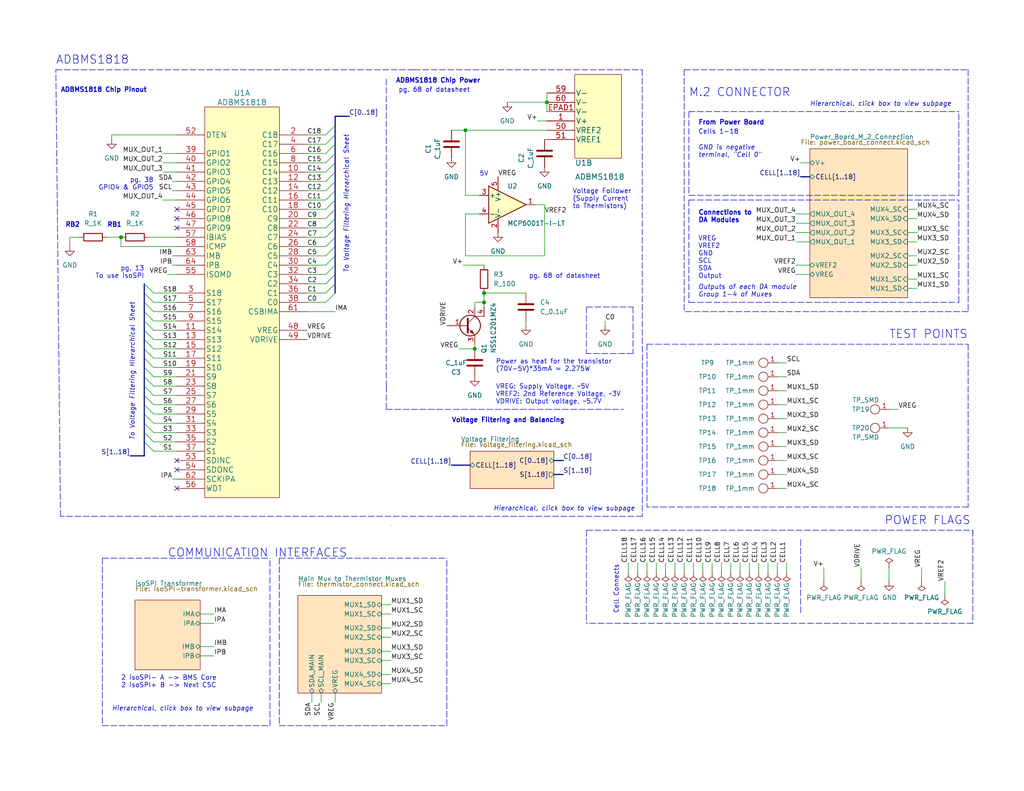
<source format=kicad_sch>
(kicad_sch (version 20211123) (generator eeschema)
  (paper "A")
  (title_block (title "MkVI BMS Cell Supervisory Circuit") (date "2022-12-04") (rev "0") (company "Olin Electric Motorsports") (comment 1 "Melissa Kazazic and Dasha Chadiuk"))
  (junction (at 33.02 64.77))
  (junction (at 132.08 82.55))
  (junction (at 127 35.56))
  (junction (at 129.54 95.25))
  (junction (at 149.225 27.94))
  (junction (at 132.08 80.01))
  (no_connect (at 48.26 57.15))
  (no_connect (at 48.26 59.69))
  (no_connect (at 48.26 62.23))
  (no_connect (at 48.26 133.35))
  (no_connect (at 48.26 125.73))
  (no_connect (at 48.26 128.27))
  (bus_entry (at 91.44 64.77) (size -2.54 2.54))
  (bus_entry (at 39.37 100.33) (size 2.54 2.54))
  (bus_entry (at 91.44 54.61) (size -2.54 2.54))
  (bus_entry (at 91.44 39.37) (size -2.54 2.54))
  (bus_entry (at 91.44 46.99) (size -2.54 2.54))
  (bus_entry (at 91.44 59.69) (size -2.54 2.54))
  (bus_entry (at 39.37 118.11) (size 2.54 2.54))
  (bus_entry (at 39.37 82.55) (size 2.54 2.54))
  (bus_entry (at 39.37 85.09) (size 2.54 2.54))
  (bus_entry (at 39.37 113.03) (size 2.54 2.54))
  (bus_entry (at 91.44 44.45) (size -2.54 2.54))
  (bus_entry (at 91.44 77.47) (size -2.54 2.54))
  (bus_entry (at 91.44 72.39) (size -2.54 2.54))
  (bus_entry (at 91.44 41.91) (size -2.54 2.54))
  (bus_entry (at 91.44 62.23) (size -2.54 2.54))
  (bus_entry (at 39.37 77.47) (size 2.54 2.54))
  (bus_entry (at 39.37 120.65) (size 2.54 2.54))
  (bus_entry (at 39.37 110.49) (size 2.54 2.54))
  (bus_entry (at 39.37 107.95) (size 2.54 2.54))
  (bus_entry (at 39.37 95.25) (size 2.54 2.54))
  (bus_entry (at 91.44 52.07) (size -2.54 2.54))
  (bus_entry (at 39.37 105.41) (size 2.54 2.54))
  (bus_entry (at 91.44 57.15) (size -2.54 2.54))
  (bus_entry (at 39.37 90.17) (size 2.54 2.54))
  (bus_entry (at 39.37 87.63) (size 2.54 2.54))
  (bus_entry (at 39.37 102.87) (size 2.54 2.54))
  (bus_entry (at 91.44 80.01) (size -2.54 2.54))
  (bus_entry (at 91.44 34.29) (size -2.54 2.54))
  (bus_entry (at 91.44 67.31) (size -2.54 2.54))
  (bus_entry (at 91.44 74.93) (size -2.54 2.54))
  (bus_entry (at 39.37 92.71) (size 2.54 2.54))
  (bus_entry (at 91.44 69.85) (size -2.54 2.54))
  (bus_entry (at 39.37 80.01) (size 2.54 2.54))
  (bus_entry (at 39.37 115.57) (size 2.54 2.54))
  (bus_entry (at 91.44 36.83) (size -2.54 2.54))
  (bus_entry (at 39.37 97.79) (size 2.54 2.54))
  (bus_entry (at 91.44 49.53) (size -2.54 2.54))
  (wire (pts (xy 247.65 63.5) (xy 250.19 63.5)))
  (wire (pts (xy 217.17 72.39) (xy 220.98 72.39)))
  (bus (pts (xy 220.98 48.26) (xy 218.44 48.26)))
  (wire (pts (xy 149.225 25.4) (xy 149.225 27.94)))
  (wire (pts (xy 30.48 36.83) (xy 48.26 36.83)))
  (wire (pts (xy 212.09 99.06) (xy 214.63 99.06)))
  (bus (pts (xy 39.37 118.11) (xy 39.37 120.65)))
  (wire (pts (xy 21.59 64.77) (xy 19.05 64.77)))
  (wire (pts (xy 83.82 74.93) (xy 88.9 74.93)))
  (wire (pts (xy 247.65 72.39) (xy 250.19 72.39)))
  (wire (pts (xy 212.09 102.87) (xy 214.63 102.87)))
  (wire (pts (xy 54.61 176.53) (xy 58.42 176.53)))
  (wire (pts (xy 83.82 69.85) (xy 88.9 69.85)))
  (wire (pts (xy 247.65 59.69) (xy 250.19 59.69)))
  (polyline (pts (xy 73.66 198.12) (xy 73.66 152.4)))
  (wire (pts (xy 41.91 123.19) (xy 48.26 123.19)))
  (wire (pts (xy 41.91 95.25) (xy 48.26 95.25)))
  (wire (pts (xy 85.09 189.23) (xy 85.09 191.77)))
  (polyline (pts (xy 261.62 82.55) (xy 261.62 54.61)))
  (wire (pts (xy 41.91 97.79) (xy 48.26 97.79)))
  (wire (pts (xy 83.82 52.07) (xy 88.9 52.07)))
  (bus (pts (xy 35.56 124.46) (xy 39.37 124.46)))
  (wire (pts (xy 191.77 153.67) (xy 191.77 156.21)))
  (wire (pts (xy 217.17 66.04) (xy 220.98 66.04)))
  (wire (pts (xy 176.53 153.67) (xy 176.53 156.21)))
  (wire (pts (xy 212.09 106.68) (xy 214.63 106.68)))
  (wire (pts (xy 247.65 66.04) (xy 250.19 66.04)))
  (wire (pts (xy 41.91 100.33) (xy 48.26 100.33)))
  (bus (pts (xy 39.37 95.25) (xy 39.37 97.79)))
  (wire (pts (xy 83.82 59.69) (xy 88.9 59.69)))
  (bus (pts (xy 91.44 34.29) (xy 91.44 36.83)))
  (wire (pts (xy 83.82 82.55) (xy 88.9 82.55)))
  (wire (pts (xy 132.08 83.82) (xy 132.08 82.55)))
  (bus (pts (xy 39.37 82.55) (xy 39.37 80.01)))
  (wire (pts (xy 127 53.34) (xy 130.81 53.34)))
  (bus (pts (xy 91.44 77.47) (xy 91.44 80.01)))
  (wire (pts (xy 127 35.56) (xy 127 53.34)))
  (polyline (pts (xy 113.03 19.05) (xy 175.26 19.05)))
  (bus (pts (xy 91.44 39.37) (xy 91.44 41.91)))
  (wire (pts (xy 251.46 158.75) (xy 251.46 154.94)))
  (polyline (pts (xy 187.96 30.48) (xy 187.96 53.34)))
  (wire (pts (xy 242.57 154.94) (xy 242.57 158.75)))
  (bus (pts (xy 91.44 69.85) (xy 91.44 72.39)))
  (wire (pts (xy 41.91 87.63) (xy 48.26 87.63)))
  (wire (pts (xy 83.82 41.91) (xy 88.9 41.91)))
  (wire (pts (xy 41.91 80.01) (xy 48.26 80.01)))
  (polyline (pts (xy 264.16 19.05) (xy 264.16 85.09)))
  (wire (pts (xy 212.09 153.67) (xy 212.09 156.21)))
  (bus (pts (xy 39.37 105.41) (xy 39.37 107.95)))
  (wire (pts (xy 125.095 95.25) (xy 129.54 95.25)))
  (bus (pts (xy 39.37 115.57) (xy 39.37 118.11)))
  (wire (pts (xy 83.82 62.23) (xy 88.9 62.23)))
  (bus (pts (xy 91.44 31.75) (xy 91.44 34.29)))
  (bus (pts (xy 91.44 57.15) (xy 91.44 59.69)))
  (wire (pts (xy 41.91 82.55) (xy 48.26 82.55)))
  (wire (pts (xy 29.21 64.77) (xy 33.02 64.77)))
  (wire (pts (xy 247.65 78.74) (xy 250.19 78.74)))
  (wire (pts (xy 247.65 57.15) (xy 250.19 57.15)))
  (wire (pts (xy 199.39 153.67) (xy 199.39 156.21)))
  (bus (pts (xy 91.44 52.07) (xy 91.44 54.61)))
  (wire (pts (xy 217.17 60.96) (xy 220.98 60.96)))
  (polyline (pts (xy 76.2 152.4) (xy 76.2 198.12)))
  (wire (pts (xy 165.1 87.63) (xy 165.1 88.9)))
  (polyline (pts (xy 176.53 93.98) (xy 176.53 138.43)))
  (wire (pts (xy 127 58.42) (xy 130.81 58.42)))
  (wire (pts (xy 91.44 191.77) (xy 91.44 189.23)))
  (wire (pts (xy 19.05 64.77) (xy 19.05 67.31)))
  (wire (pts (xy 33.02 67.31) (xy 33.02 64.77)))
  (bus (pts (xy 91.44 36.83) (xy 91.44 39.37)))
  (wire (pts (xy 46.99 130.81) (xy 48.26 130.81)))
  (wire (pts (xy 46.99 69.85) (xy 48.26 69.85)))
  (wire (pts (xy 123.19 35.56) (xy 127 35.56)))
  (polyline (pts (xy 160.02 83.82) (xy 160.02 96.52)))
  (polyline (pts (xy 186.69 19.05) (xy 186.69 85.09)))
  (wire (pts (xy 234.95 158.75) (xy 234.95 154.94)))
  (polyline (pts (xy 187.96 54.61) (xy 187.96 82.55)))
  (wire (pts (xy 104.14 180.34) (xy 106.68 180.34)))
  (wire (pts (xy 148.59 55.88) (xy 148.59 69.85)))
  (wire (pts (xy 247.65 116.84) (xy 242.57 116.84)))
  (polyline (pts (xy 160.02 144.78) (xy 160.02 170.18)))
  (polyline (pts (xy 76.2 152.4) (xy 121.92 152.4)))
  (polyline (pts (xy 265.43 144.78) (xy 265.43 170.18)))
  (wire (pts (xy 212.09 121.92) (xy 214.63 121.92)))
  (polyline (pts (xy 265.43 144.78) (xy 265.43 146.05)))
  (wire (pts (xy 207.01 153.67) (xy 207.01 156.21)))
  (polyline (pts (xy 261.62 53.34) (xy 261.62 30.48)))
  (wire (pts (xy 214.63 153.67) (xy 214.63 156.21)))
  (bus (pts (xy 39.37 100.33) (xy 39.37 102.87)))
  (polyline (pts (xy 187.96 82.55) (xy 261.62 82.55)))
  (wire (pts (xy 212.09 114.3) (xy 214.63 114.3)))
  (polyline (pts (xy 15.24 19.05) (xy 113.03 19.05)))
  (wire (pts (xy 46.99 52.07) (xy 48.26 52.07)))
  (wire (pts (xy 217.17 74.93) (xy 220.98 74.93)))
  (wire (pts (xy 143.51 87.63) (xy 143.51 88.9)))
  (polyline (pts (xy 105.41 21.59) (xy 105.41 105.41)))
  (wire (pts (xy 41.91 105.41) (xy 48.26 105.41)))
  (wire (pts (xy 54.61 170.18) (xy 58.42 170.18)))
  (wire (pts (xy 83.82 77.47) (xy 88.9 77.47)))
  (bus (pts (xy 151.13 125.73) (xy 153.67 125.73)))
  (polyline (pts (xy 27.94 152.4) (xy 27.94 198.12)))
  (wire (pts (xy 127 58.42) (xy 127 69.85)))
  (bus (pts (xy 91.44 64.77) (xy 91.44 67.31)))
  (polyline (pts (xy 264.16 85.09) (xy 186.69 85.09)))
  (wire (pts (xy 46.99 49.53) (xy 48.26 49.53)))
  (polyline (pts (xy 218.44 147.32) (xy 218.44 167.64)))
  (wire (pts (xy 212.09 133.35) (xy 214.63 133.35)))
  (wire (pts (xy 41.91 90.17) (xy 48.26 90.17)))
  (wire (pts (xy 104.14 186.69) (xy 106.68 186.69)))
  (wire (pts (xy 126.365 72.39) (xy 132.08 72.39)))
  (bus (pts (xy 91.44 67.31) (xy 91.44 69.85)))
  (wire (pts (xy 127 69.85) (xy 148.59 69.85)))
  (wire (pts (xy 257.81 162.56) (xy 257.81 158.75)))
  (polyline (pts (xy 264.16 93.98) (xy 264.16 138.43)))
  (wire (pts (xy 132.08 80.01) (xy 132.08 82.55)))
  (wire (pts (xy 41.91 118.11) (xy 48.26 118.11)))
  (wire (pts (xy 245.11 111.76) (xy 242.57 111.76)))
  (wire (pts (xy 196.85 153.67) (xy 196.85 156.21)))
  (wire (pts (xy 104.14 165.1) (xy 106.68 165.1)))
  (bus (pts (xy 91.44 59.69) (xy 91.44 62.23)))
  (wire (pts (xy 181.61 153.67) (xy 181.61 156.21)))
  (bus (pts (xy 91.44 62.23) (xy 91.44 64.77)))
  (polyline (pts (xy 187.96 53.34) (xy 261.62 53.34)))
  (bus (pts (xy 39.37 92.71) (xy 39.37 95.25)))
  (wire (pts (xy 91.44 85.09) (xy 83.82 85.09)))
  (wire (pts (xy 83.82 36.83) (xy 88.9 36.83)))
  (wire (pts (xy 83.82 67.31) (xy 88.9 67.31)))
  (bus (pts (xy 39.37 85.09) (xy 39.37 87.63)))
  (wire (pts (xy 104.14 184.15) (xy 106.68 184.15)))
  (wire (pts (xy 83.82 46.99) (xy 88.9 46.99)))
  (bus (pts (xy 39.37 87.63) (xy 39.37 90.17)))
  (wire (pts (xy 212.09 129.54) (xy 214.63 129.54)))
  (wire (pts (xy 41.91 102.87) (xy 48.26 102.87)))
  (polyline (pts (xy 27.94 152.4) (xy 73.66 152.4)))
  (wire (pts (xy 41.91 85.09) (xy 48.26 85.09)))
  (bus (pts (xy 39.37 124.46) (xy 39.37 120.65)))
  (polyline (pts (xy 106.68 143.51) (xy 106.68 143.51)))
  (wire (pts (xy 45.72 74.93) (xy 48.26 74.93)))
  (polyline (pts (xy 105.41 105.41) (xy 105.41 111.76)))
  (wire (pts (xy 83.82 44.45) (xy 88.9 44.45)))
  (wire (pts (xy 40.64 64.77) (xy 48.26 64.77)))
  (bus (pts (xy 39.37 113.03) (xy 39.37 115.57)))
  (wire (pts (xy 212.09 118.11) (xy 214.63 118.11)))
  (wire (pts (xy 146.05 55.88) (xy 148.59 55.88)))
  (wire (pts (xy 212.09 125.73) (xy 214.63 125.73)))
  (wire (pts (xy 149.225 27.94) (xy 138.43 27.94)))
  (wire (pts (xy 201.93 153.67) (xy 201.93 156.21)))
  (wire (pts (xy 149.225 27.94) (xy 149.225 30.48)))
  (wire (pts (xy 173.99 153.67) (xy 173.99 156.21)))
  (bus (pts (xy 91.44 44.45) (xy 91.44 46.99)))
  (wire (pts (xy 44.45 54.61) (xy 48.26 54.61)))
  (wire (pts (xy 41.91 120.65) (xy 48.26 120.65)))
  (wire (pts (xy 41.91 115.57) (xy 48.26 115.57)))
  (wire (pts (xy 44.45 44.45) (xy 48.26 44.45)))
  (wire (pts (xy 44.45 46.99) (xy 48.26 46.99)))
  (polyline (pts (xy 265.43 170.18) (xy 160.02 170.18)))
  (wire (pts (xy 54.61 179.07) (xy 58.42 179.07)))
  (polyline (pts (xy 175.26 19.05) (xy 175.26 140.97)))
  (polyline (pts (xy 186.69 19.05) (xy 264.16 19.05)))
  (wire (pts (xy 104.14 171.45) (xy 106.68 171.45)))
  (wire (pts (xy 83.82 80.01) (xy 88.9 80.01)))
  (wire (pts (xy 83.82 64.77) (xy 88.9 64.77)))
  (wire (pts (xy 217.17 58.42) (xy 220.98 58.42)))
  (wire (pts (xy 46.99 72.39) (xy 48.26 72.39)))
  (wire (pts (xy 217.17 63.5) (xy 220.98 63.5)))
  (wire (pts (xy 132.08 82.55) (xy 129.54 82.55)))
  (wire (pts (xy 189.23 153.67) (xy 189.23 156.21)))
  (wire (pts (xy 204.47 153.67) (xy 204.47 156.21)))
  (wire (pts (xy 218.44 44.45) (xy 220.98 44.45)))
  (polyline (pts (xy 160.02 144.78) (xy 265.43 144.78)))
  (polyline (pts (xy 264.16 138.43) (xy 176.53 138.43)))
  (bus (pts (xy 39.37 110.49) (xy 39.37 113.03)))
  (wire (pts (xy 186.69 153.67) (xy 186.69 156.21)))
  (wire (pts (xy 104.14 177.8) (xy 106.68 177.8)))
  (bus (pts (xy 91.44 49.53) (xy 91.44 52.07)))
  (polyline (pts (xy 187.96 54.61) (xy 261.62 54.61)))
  (wire (pts (xy 171.45 153.67) (xy 171.45 156.21)))
  (wire (pts (xy 194.31 153.67) (xy 194.31 156.21)))
  (wire (pts (xy 148.59 38.1) (xy 149.225 38.1)))
  (wire (pts (xy 209.55 153.67) (xy 209.55 156.21)))
  (bus (pts (xy 91.44 54.61) (xy 91.44 57.15)))
  (wire (pts (xy 41.91 113.03) (xy 48.26 113.03)))
  (polyline (pts (xy 121.92 198.12) (xy 121.92 152.4)))
  (wire (pts (xy 48.26 67.31) (xy 33.02 67.31)))
  (wire (pts (xy 83.82 57.15) (xy 88.9 57.15)))
  (polyline (pts (xy 176.53 93.98) (xy 264.16 93.98)))
  (wire (pts (xy 146.685 33.02) (xy 149.225 33.02)))
  (polyline (pts (xy 16.51 140.97) (xy 15.24 19.05)))
  (wire (pts (xy 127 35.56) (xy 149.225 35.56)))
  (bus (pts (xy 91.44 74.93) (xy 91.44 77.47)))
  (wire (pts (xy 247.65 76.2) (xy 250.19 76.2)))
  (wire (pts (xy 104.14 173.99) (xy 106.68 173.99)))
  (polyline (pts (xy 172.72 83.82) (xy 172.72 96.52)))
  (wire (pts (xy 54.61 167.64) (xy 58.42 167.64)))
  (bus (pts (xy 39.37 107.95) (xy 39.37 110.49)))
  (wire (pts (xy 247.65 69.85) (xy 250.19 69.85)))
  (wire (pts (xy 41.91 92.71) (xy 48.26 92.71)))
  (wire (pts (xy 41.91 107.95) (xy 48.26 107.95)))
  (wire (pts (xy 87.63 189.23) (xy 87.63 191.77)))
  (polyline (pts (xy 105.41 111.76) (xy 170.18 111.76)))
  (wire (pts (xy 212.09 110.49) (xy 214.63 110.49)))
  (bus (pts (xy 151.13 129.54) (xy 153.67 129.54)))
  (bus (pts (xy 91.44 72.39) (xy 91.44 74.93)))
  (bus (pts (xy 39.37 77.47) (xy 39.37 80.01)))
  (bus (pts (xy 39.37 102.87) (xy 39.37 105.41)))
  (polyline (pts (xy 175.26 140.97) (xy 16.51 140.97)))
  (wire (pts (xy 30.48 36.83) (xy 30.48 38.1)))
  (wire (pts (xy 83.82 39.37) (xy 88.9 39.37)))
  (bus (pts (xy 39.37 82.55) (xy 39.37 85.09)))
  (polyline (pts (xy 160.02 83.82) (xy 172.72 83.82)))
  (wire (pts (xy 83.82 49.53) (xy 88.9 49.53)))
  (wire (pts (xy 104.14 167.64) (xy 106.68 167.64)))
  (wire (pts (xy 224.79 158.75) (xy 224.79 154.94)))
  (polyline (pts (xy 172.72 96.52) (xy 160.02 96.52)))
  (wire (pts (xy 184.15 153.67) (xy 184.15 156.21)))
  (wire (pts (xy 83.82 54.61) (xy 88.9 54.61)))
  (polyline (pts (xy 27.94 198.12) (xy 73.66 198.12)))
  (wire (pts (xy 129.54 95.25) (xy 129.54 93.98)))
  (bus (pts (xy 95.25 31.75) (xy 91.44 31.75)))
  (wire (pts (xy 179.07 153.67) (xy 179.07 156.21)))
  (bus (pts (xy 123.19 127) (xy 128.27 127)))
  (bus (pts (xy 39.37 90.17) (xy 39.37 92.71)))
  (wire (pts (xy 129.54 82.55) (xy 129.54 83.82)))
  (wire (pts (xy 132.08 80.01) (xy 143.51 80.01)))
  (polyline (pts (xy 76.2 198.12) (xy 121.92 198.12)))
  (wire (pts (xy 41.91 110.49) (xy 48.26 110.49)))
  (bus (pts (xy 91.44 46.99) (xy 91.44 49.53)))
  (bus (pts (xy 91.44 41.91) (xy 91.44 44.45)))
  (bus (pts (xy 39.37 97.79) (xy 39.37 100.33)))
  (wire (pts (xy 83.82 72.39) (xy 88.9 72.39)))
  (wire (pts (xy 44.45 41.91) (xy 48.26 41.91)))
  (polyline (pts (xy 187.96 30.48) (xy 261.62 30.48)))
  (text "pg. 13\nTo use isoSPI" (at 39.37 76.2 180) (effects (font (size 1.27 1.27)) (justify right bottom)))
  (text "5V" (at 130.81 48.26 0) (effects (font (size 1.27 1.27)) (justify left bottom)))
  (text "Hierarchical, click box to view subpage" (at 134.62 139.7 0) (effects (font (size 1.27 1.27) italic) (justify left bottom)))
  (text "From Power Board" (at 190.5 34.29 0) (effects (font (size 1.27 1.27) (thickness 0.254) bold) (justify left bottom)))
  (text "Power as heat for the transistor\n(70V-5V)*35mA = 2.275W" (at 135.255 101.6 0) (effects (font (size 1.27 1.27)) (justify left bottom)))
  (text "pg. 68 of datasheet" (at 128.27 25.4 180) (effects (font (size 1.27 1.27)) (justify right bottom)))
  (text "Cells 1-18" (at 190.5 36.83 0) (effects (font (size 1.27 1.27)) (justify left bottom)))
  (text "ADBMS1818 Chip Pinout" (at 16.51 25.4 0) (effects (font (size 1.27 1.27) (thickness 0.254) bold) (justify left bottom)))
  (text "Outputs of each DA module\nGroup 1-4 of Muxes" (at 190.5 81.28 0) (effects (font (size 1.27 1.27) italic) (justify left bottom)))
  (text "pg. 68 of datasheet" (at 163.83 76.2 180) (effects (font (size 1.27 1.27)) (justify right bottom)))
  (text "RB2" (at 17.78 62.23 0) (effects (font (size 1.27 1.27) (thickness 0.254) bold) (justify left bottom)))
  (text "2 isoSPI- A -> BMS Core\n2 isoSPI+ B -> Next CSC" (at 33.02 187.96 0) (effects (font (size 1.27 1.27)) (justify left bottom)))
  (text "COMMUNICATION INTERFACES" (at 45.72 152.4 0) (effects (font (size 2.2606 2.2606)) (justify left bottom)))
  (text "Voltage Filtering and Balancing" (at 123.19 115.57 0) (effects (font (size 1.27 1.27) (thickness 0.254) bold) (justify left bottom)))
  (text "Hierarchical, click box to view subpage" (at 30.48 194.31 0) (effects (font (size 1.27 1.27) italic) (justify left bottom)))
  (text "Voltage Follower\n(Supply Current\nto Thermistors)" (at 156.21 57.15 0) (effects (font (size 1.27 1.27)) (justify left bottom)))
  (text "ADBMS1818 Chip Power" (at 107.95 22.86 0) (effects (font (size 1.27 1.27) (thickness 0.254) bold) (justify left bottom)))
  (text "VREG\nVREF2\nGND\nSCL\nSDA\nOutput" (at 190.5 76.2 0) (effects (font (size 1.27 1.27)) (justify left bottom)))
  (text "VREG: Supply Voltage, ~5V\nVREF2: 2nd Reference Voltage, ~3V\nVDRIVE: Output voltage, ~5.7V" (at 135.255 110.49 0) (effects (font (size 1.27 1.27)) (justify left bottom)))
  (text "pg. 38\nGPIO4 & GPIO5" (at 41.91 52.07 180) (effects (font (size 1.27 1.27)) (justify right bottom)))
  (text "Connections to\nDA Modules" (at 190.5 60.96 0) (effects (font (size 1.27 1.27) (thickness 0.254) bold) (justify left bottom)))
  (text "To Voltage Filtering Hierarchical Sheet" (at 36.83 82.55 270) (effects (font (size 1.27 1.27) italic) (justify right bottom)))
  (text "Hierarchical, click box to view subpage" (at 220.98 29.21 0) (effects (font (size 1.27 1.27) italic) (justify left bottom)))
  (text "To Voltage Filtering Hierarchical Sheet" (at 95.25 36.83 270) (effects (font (size 1.27 1.27) italic) (justify right bottom)))
  (text "ADBMS1818" (at 15.24 17.78 0) (effects (font (size 2.2606 2.2606)) (justify left bottom)))
  (text "Cell Connects" (at 168.91 167.64 90) (effects (font (size 1.27 1.27)) (justify left bottom)))
  (text "RB1" (at 29.21 62.23 0) (effects (font (size 1.27 1.27) (thickness 0.254) bold) (justify left bottom)))
  (text "POWER FLAGS\n" (at 241.3 143.51 0) (effects (font (size 2.2606 2.2606)) (justify left bottom)))
  (text "M.2 CONNECTOR" (at 187.96 26.67 0) (effects (font (size 2.2606 2.2606)) (justify left bottom)))
  (text "GND is negative\nterminal, \"Cell 0\"" (at 190.5 43.18 0) (effects (font (size 1.27 1.27) italic) (justify left bottom)))
  (text "TEST POINTS" (at 242.57 92.71 0) (effects (font (size 2.2606 2.2606)) (justify left bottom)))
  (label "VREG" (at 251.46 154.94 90))
  (label "VREG" (at 125.095 95.25 180))
  (label "C3" (at 83.82 74.93 0))
  (label "V+" (at 126.365 72.39 180))
  (label "SDA" (at 85.09 191.77 270))
  (label "IMA" (at 91.44 85.09 0))
  (label "S7" (at 44.45 107.95 0))
  (label "CELL17" (at 173.99 153.67 90))
  (label "MUX2_SC" (at 214.63 118.11 0))
  (label "MUX_OUT_4" (at 44.45 54.61 180))
  (label "MUX_OUT_3" (at 44.45 46.99 180))
  (label "CELL6" (at 201.93 153.67 90))
  (label "VDRIVE" (at 121.92 88.9 90))
  (label "MUX_OUT_1" (at 217.17 66.04 180))
  (label "IPA" (at 46.99 130.81 180))
  (label "S3" (at 44.45 118.11 0))
  (label "VREG" (at 245.11 111.76 0))
  (label "CELL2" (at 212.09 153.67 90))
  (label "VDRIVE" (at 234.95 154.94 90))
  (label "C4" (at 83.82 72.39 0))
  (label "IMA" (at 58.42 167.64 0))
  (label "S10" (at 44.45 100.33 0))
  (label "C2" (at 83.82 77.47 0))
  (label "CELL13" (at 184.15 153.67 90))
  (label "VREF2" (at 257.81 158.75 90))
  (label "MUX1_SC" (at 106.68 167.64 0))
  (label "MUX1_SC" (at 250.19 76.2 0))
  (label "C11" (at 83.82 54.61 0))
  (label "MUX1_SD" (at 106.68 165.1 0))
  (label "MUX2_SC" (at 250.19 69.85 0))
  (label "MUX3_SC" (at 214.63 125.73 0))
  (label "CELL9" (at 194.31 153.67 90))
  (label "C1" (at 83.82 80.01 0))
  (label "VREG" (at 217.17 74.93 180))
  (label "CELL8" (at 196.85 153.67 90))
  (label "CELL3" (at 209.55 153.67 90))
  (label "VREG" (at 135.89 48.26 0))
  (label "VREG" (at 91.44 191.77 270))
  (label "S12" (at 44.45 95.25 0))
  (label "CELL1" (at 214.63 153.67 90))
  (label "MUX4_SD" (at 106.68 184.15 0))
  (label "C15" (at 83.82 44.45 0))
  (label "MUX4_SD" (at 214.63 129.54 0))
  (label "S17" (at 44.45 82.55 0))
  (label "S11" (at 44.45 97.79 0))
  (label "C0" (at 83.82 82.55 0))
  (label "MUX3_SD" (at 214.63 121.92 0))
  (label "MUX2_SD" (at 214.63 114.3 0))
  (label "C13" (at 83.82 49.53 0))
  (label "S1" (at 44.45 123.19 0))
  (label "IPA" (at 58.42 170.18 0))
  (label "VREG" (at 45.72 74.93 180))
  (label "CELL12" (at 186.69 153.67 90))
  (label "C9" (at 83.82 59.69 0))
  (label "VREF2" (at 148.59 58.42 0))
  (label "SCL" (at 214.63 99.06 0))
  (label "MUX_OUT_3" (at 217.17 60.96 180))
  (label "C16" (at 83.82 41.91 0))
  (label "C6" (at 83.82 67.31 0))
  (label "VDRIVE" (at 83.82 92.71 0))
  (label "SCL" (at 87.63 191.77 270))
  (label "MUX_OUT_2" (at 217.17 63.5 180))
  (label "C5" (at 83.82 69.85 0))
  (label "V+" (at 218.44 44.45 180))
  (label "VREG" (at 83.82 90.17 0))
  (label "C10" (at 83.82 57.15 0))
  (label "C0" (at 165.1 87.63 0))
  (label "CELL14" (at 181.61 153.67 90))
  (label "IPB" (at 58.42 179.07 0))
  (label "MUX3_SD" (at 250.19 66.04 0))
  (label "MUX2_SC" (at 106.68 173.99 0))
  (label "C[0..18]" (at 153.67 125.73 0))
  (label "S[1..18]" (at 35.56 124.46 180))
  (label "CELL7" (at 199.39 153.67 90))
  (label "MUX4_SC" (at 106.68 186.69 0))
  (label "CELL10" (at 191.77 153.67 90))
  (label "S8" (at 44.45 105.41 0))
  (label "S5" (at 44.45 113.03 0))
  (label "IMB" (at 46.99 69.85 180))
  (label "MUX_OUT_4" (at 217.17 58.42 180))
  (label "CELL18" (at 171.45 153.67 90))
  (label "MUX_OUT_1" (at 44.45 41.91 180))
  (label "CELL5" (at 204.47 153.67 90))
  (label "S[1..18]" (at 153.67 129.54 0))
  (label "C8" (at 83.82 62.23 0))
  (label "SDA" (at 214.63 102.87 0))
  (label "MUX3_SD" (at 106.68 177.8 0))
  (label "S15" (at 44.45 87.63 0))
  (label "C[0..18]" (at 95.25 31.75 0))
  (label "S16" (at 44.45 85.09 0))
  (label "S4" (at 44.45 115.57 0))
  (label "CELL[1..18]" (at 123.19 127 180))
  (label "S13" (at 44.45 92.71 0))
  (label "SDA" (at 46.99 49.53 180))
  (label "S6" (at 44.45 110.49 0))
  (label "MUX3_SC" (at 250.19 63.5 0))
  (label "MUX1_SD" (at 214.63 106.68 0))
  (label "MUX2_SD" (at 250.19 72.39 0))
  (label "MUX4_SC" (at 214.63 133.35 0))
  (label "MUX4_SD" (at 250.19 59.69 0))
  (label "CELL4" (at 207.01 153.67 90))
  (label "S9" (at 44.45 102.87 0))
  (label "C18" (at 83.82 36.83 0))
  (label "CELL11" (at 189.23 153.67 90))
  (label "MUX1_SC" (at 214.63 110.49 0))
  (label "MUX2_SD" (at 106.68 171.45 0))
  (label "CELL15" (at 179.07 153.67 90))
  (label "CELL[1..18]" (at 218.44 48.26 180))
  (label "S14" (at 44.45 90.17 0))
  (label "MUX4_SC" (at 250.19 57.15 0))
  (label "C7" (at 83.82 64.77 0))
  (label "MUX1_SD" (at 250.19 78.74 0))
  (label "VREF2" (at 217.17 72.39 180))
  (label "C17" (at 83.82 39.37 0))
  (label "C14" (at 83.82 46.99 0))
  (label "MUX_OUT_2" (at 44.45 44.45 180))
  (label "MUX3_SC" (at 106.68 180.34 0))
  (label "S2" (at 44.45 120.65 0))
  (label "IMB" (at 58.42 176.53 0))
  (label "CELL16" (at 176.53 153.67 90))
  (label "SCL" (at 46.99 52.07 180))
  (label "V+" (at 146.685 33.02 180))
  (label "S18" (at 44.45 80.01 0))
  (label "C12" (at 83.82 52.07 0))
  (label "IPB" (at 46.99 72.39 180))
  (label "V+" (at 224.79 154.94 180))
  (symbol (lib_id "power:PWR_FLAG") (at 212.09 156.21 180) (unit 1)
    (property "Reference" "#FLG?" (effects hide))
    (property "Value" "PWR_FLAG" (at 212.09 163.83 90))
  )
  (symbol (lib_id "OEM:1KR") (at 36.83 64.77 90) (unit 1)
    (property "Reference" "R2" (at 36.83 58.42 90))
    (property "Value" "R_1K" (at 36.83 60.96 90))
    (property "Footprint" "OEM:R_0603" (effects hide))
    (property "Datasheet" "${OEM_DIR}/parts/datasheets/stackpole_RMCF_RMCP.pdf" (effects hide))
    (property "MFN" "Stackpole Electronics" (effects hide))
    (property "MPN" "RMCF0603FT1K00" (effects hide))
    (property "DKPN" "RMCF0603FT1K00TR-ND" (effects hide))
    (property "NewDesigns" "YES" (effects hide))
    (property "Stocked" "Reel" (effects hide))
    (property "Package" "0603" (effects hide))
    (property "Style" "SMD" (effects hide))
  )
  (symbol (lib_id "OEM:TP_1mm") (at 210.82 114.3 90) (unit 1) (in_bom no)
    (property "Reference" "TP13" (at 193.04 114.3 90))
    (property "Value" "TP_1mm" (at 201.93 114.3 90))
    (property "Footprint" "TestPoint:TestPoint_Pad_D1.0mm" (effects hide))
    (property "NewDesigns" "YES" (effects hide))
    (property "Package" "Custom" (effects hide))
    (property "Style" "SMD" (effects hide))
  )
  (symbol (lib_id "power:PWR_FLAG") (at 209.55 156.21 180) (unit 1)
    (property "Reference" "#FLG?" (effects hide))
    (property "Value" "PWR_FLAG" (at 209.55 163.83 90))
  )
  (symbol (lib_id "power:PWR_FLAG") (at 224.79 158.75 180) (unit 1)
    (property "Reference" "#FLG?" (effects hide))
    (property "Value" "PWR_FLAG" (at 224.79 163.1696 0))
  )
  (symbol (lib_id "power:GND") (at 138.43 27.94 0) (unit 1)
    (property "Reference" "#PWR?" (effects hide))
    (property "Value" "GND" (at 138.43 33.02 0))
  )
  (symbol (lib_id "power:PWR_FLAG") (at 184.15 156.21 180) (unit 1)
    (property "Reference" "#FLG?" (effects hide))
    (property "Value" "PWR_FLAG" (at 184.15 163.83 90))
  )
  (symbol (lib_id "power:GND") (at 148.59 45.72 0) (unit 1)
    (property "Reference" "#PWR?" (effects hide))
    (property "Value" "GND" (at 148.59 50.8 0))
  )
  (symbol (lib_id "power:GND") (at 19.05 67.31 0) (unit 1)
    (property "Reference" "#PWR?" (effects hide))
    (property "Value" "GND" (at 19.05 72.39 0))
  )
  (symbol (lib_id "OEM:ADBMS1818") (at 163.195 30.48 0) (unit 2)
    (property "Reference" "U1" (at 156.845 44.45 0) (effects (font (size 1.524 1.524)) (justify left)))
    (property "Value" "ADBMS1818" (at 156.845 48.26 0) (effects (font (size 1.524 1.524)) (justify left)))
    (property "Footprint" "footprints:LQFP-64-1EP_12x12_P0.5" (effects hide))
    (property "Datasheet" "https://www.analog.com/media/en/technical-documentation/data-sheets/adbms1818.pdf" (effects hide))
    (property "MPN" "ADBMS1818" (effects hide))
    (property "MFN" "Analog Devices" (effects hide))
    (property "DKPN" "SAMPLE" (effects hide))
    (property "Stocked" "No" (effects hide))
    (property "Package" "64-LQFP Exposed Pad" (effects hide))
    (property "Style" "SMD" (effects hide))
    (property "NewDesigns" "CHECK STOCK" (effects hide))
  )
  (symbol (lib_id "OEM:1KR") (at 25.4 64.77 90) (unit 1)
    (property "Reference" "R1" (at 25.4 58.42 90))
    (property "Value" "R_1K" (at 25.4 60.96 90))
    (property "Footprint" "OEM:R_0603" (effects hide))
    (property "Datasheet" "${OEM_DIR}/parts/datasheets/stackpole_RMCF_RMCP.pdf" (effects hide))
    (property "MFN" "Stackpole Electronics" (effects hide))
    (property "MPN" "RMCF0603FT1K00" (effects hide))
    (property "DKPN" "RMCF0603FT1K00TR-ND" (effects hide))
    (property "NewDesigns" "YES" (effects hide))
    (property "Stocked" "Reel" (effects hide))
    (property "Package" "0603" (effects hide))
    (property "Style" "SMD" (effects hide))
  )
  (symbol (lib_id "power:PWR_FLAG") (at 186.69 156.21 180) (unit 1)
    (property "Reference" "#FLG?" (effects hide))
    (property "Value" "PWR_FLAG" (at 186.69 163.83 90))
  )
  (symbol (lib_id "power:GND") (at 143.51 88.9 0) (unit 1)
    (property "Reference" "#PWR?" (effects hide))
    (property "Value" "GND" (at 143.51 93.98 0))
  )
  (symbol (lib_id "OEM:0u1F") (at 143.51 83.82 0) (unit 1)
    (property "Reference" "C4" (at 147.32 82.5499 0) (effects (justify left)))
    (property "Value" "C_0.1uF" (at 147.32 85.0899 0) (effects (justify left)))
    (property "Footprint" "OEM:C_0603" (effects hide))
    (property "Datasheet" "${OEM_DIR}/parts/datasheets/samsung_CL10B104KB8NNWC.pdf" (effects hide))
    (property "MFN" "Samsung Electro-Mechanics" (effects hide))
    (property "MPN" "CL10B104KB8NNWC" (effects hide))
    (property "DKPN" "1276-1935-2-ND" (effects hide))
    (property "Package" "0603" (effects hide))
    (property "Stocked" "Reel" (effects hide))
    (property "NewDesigns" "YES" (effects hide))
    (property "Style" "SMD" (effects hide))
  )
  (symbol (lib_id "OEM:NSS1C201MZ4") (at 127 88.9 0) (unit 1)
    (property "Reference" "Q1" (at 132.08 96.52 90) (effects (justify left)))
    (property "Value" "NSS1C201MZ4" (at 134.62 96.52 90) (effects (justify left)))
    (property "Footprint" "footprints:SOT-223" (effects hide))
    (property "Datasheet" "https://www.onsemi.com/pdf/datasheet/nss1c201mz4-d.pdf" (effects hide))
    (property "MPN" "NSS1C201MZ4" (effects hide))
    (property "MFN" "ON Semiconductor" (effects hide))
    (property "DKPN" "NSS1C201MZ4T3GOSCT-ND" (effects hide))
    (property "NewDesigns" "YES" (effects hide))
    (property "Stocked" "Tape" (effects hide))
    (property "Package" "SOT-223/TO-261" (effects hide))
    (property "Style" "SMD" (effects hide))
  )
  (symbol (lib_id "power:PWR_FLAG") (at 196.85 156.21 180) (unit 1)
    (property "Reference" "#FLG?" (effects hide))
    (property "Value" "PWR_FLAG" (at 196.85 163.83 90))
  )
  (symbol (lib_id "power:GND") (at 30.48 38.1 0) (unit 1)
    (property "Reference" "#PWR?" (effects hide))
    (property "Value" "GND" (at 30.48 43.18 0))
  )
  (symbol (lib_id "OEM:TP_1mm") (at 210.82 118.11 90) (unit 1) (in_bom no)
    (property "Reference" "TP14" (at 193.04 118.11 90))
    (property "Value" "TP_1mm" (at 201.93 118.11 90))
    (property "Footprint" "TestPoint:TestPoint_Pad_D1.0mm" (effects hide))
    (property "NewDesigns" "YES" (effects hide))
    (property "Package" "Custom" (effects hide))
    (property "Style" "SMD" (effects hide))
  )
  (symbol (lib_id "power:PWR_FLAG") (at 257.81 162.56 180) (unit 1)
    (property "Reference" "#FLG?" (effects hide))
    (property "Value" "PWR_FLAG" (at 257.81 166.9796 0))
  )
  (symbol (lib_id "OEM:MCP6001") (at 138.43 55.88 0) (unit 1)
    (property "Reference" "U2" (at 138.43 50.8 0) (effects (justify left)))
    (property "Value" "MCP6001T-I-LT" (at 138.43 60.96 0) (effects (justify left)))
    (property "Footprint" "OEM:SOT-23-5" (effects hide))
    (property "Datasheet" "${OEM_DIR}/parts/datasheets/microchip_MCP600XX.pdf" (effects hide))
    (property "MFN" "Microchip" (effects hide))
    (property "MPN" "MCP6001T-I/OT" (effects hide))
    (property "DKPN" "MCP6001T-I/OTCT-ND" (effects hide))
    (property "Package" "SOT23-5" (effects hide))
    (property "NewDesigns" "YES" (effects hide))
    (property "Stocked" "Tape" (effects hide))
    (property "Style" "SMD" (effects hide))
  )
  (symbol (lib_id "power:PWR_FLAG") (at 242.57 154.94 0) (unit 1)
    (property "Reference" "#FLG?" (effects hide))
    (property "Value" "PWR_FLAG" (at 242.57 150.5204 0))
  )
  (symbol (lib_id "OEM:TP_1mm") (at 210.82 106.68 90) (unit 1) (in_bom no)
    (property "Reference" "TP11" (at 193.04 106.68 90))
    (property "Value" "TP_1mm" (at 201.93 106.68 90))
    (property "Footprint" "TestPoint:TestPoint_Pad_D1.0mm" (effects hide))
    (property "NewDesigns" "YES" (effects hide))
    (property "Package" "Custom" (effects hide))
    (property "Style" "SMD" (effects hide))
  )
  (symbol (lib_id "power:GND") (at 135.89 63.5 0) (unit 1)
    (property "Reference" "#PWR?" (effects hide))
    (property "Value" "GND" (at 135.89 68.58 0))
  )
  (symbol (lib_id "power:PWR_FLAG") (at 234.95 158.75 180) (unit 1)
    (property "Reference" "#FLG?" (effects hide))
    (property "Value" "PWR_FLAG" (at 234.95 163.1696 0))
  )
  (symbol (lib_id "OEM:TP_1mm") (at 210.82 133.35 90) (unit 1) (in_bom no)
    (property "Reference" "TP18" (at 193.04 133.35 90))
    (property "Value" "TP_1mm" (at 201.93 133.35 90))
    (property "Footprint" "TestPoint:TestPoint_Pad_D1.0mm" (effects hide))
    (property "NewDesigns" "YES" (effects hide))
    (property "Package" "Custom" (effects hide))
    (property "Style" "SMD" (effects hide))
  )
  (symbol (lib_id "OEM:TP_1mm") (at 210.82 102.87 90) (unit 1) (in_bom no)
    (property "Reference" "TP10" (at 193.04 102.87 90))
    (property "Value" "TP_1mm" (at 201.93 102.87 90))
    (property "Footprint" "TestPoint:TestPoint_Pad_D1.0mm" (effects hide))
    (property "NewDesigns" "YES" (effects hide))
    (property "Package" "Custom" (effects hide))
    (property "Style" "SMD" (effects hide))
  )
  (symbol (lib_id "power:PWR_FLAG") (at 201.93 156.21 180) (unit 1)
    (property "Reference" "#FLG?" (effects hide))
    (property "Value" "PWR_FLAG" (at 201.93 163.83 90))
  )
  (symbol (lib_id "power:PWR_FLAG") (at 207.01 156.21 180) (unit 1)
    (property "Reference" "#FLG?" (effects hide))
    (property "Value" "PWR_FLAG" (at 207.01 163.83 90))
  )
  (symbol (lib_id "power:PWR_FLAG") (at 189.23 156.21 180) (unit 1)
    (property "Reference" "#FLG?" (effects hide))
    (property "Value" "PWR_FLAG" (at 189.23 163.83 90))
  )
  (symbol (lib_id "power:GND") (at 165.1 88.9 0) (unit 1)
    (property "Reference" "#PWR?" (effects hide))
    (property "Value" "GND" (at 165.1 93.98 0))
  )
  (symbol (lib_id "power:PWR_FLAG") (at 251.46 158.75 180) (unit 1)
    (property "Reference" "#FLG?" (effects hide))
    (property "Value" "PWR_FLAG" (at 251.46 163.1696 0))
  )
  (symbol (lib_id "power:PWR_FLAG") (at 214.63 156.21 180) (unit 1)
    (property "Reference" "#FLG?" (effects hide))
    (property "Value" "PWR_FLAG" (at 214.63 163.83 90))
  )
  (symbol (lib_id "OEM:1uF") (at 123.19 39.37 180) (unit 1)
    (property "Reference" "C1" (at 116.84 40.64 90))
    (property "Value" "C_1uF" (at 119.38 40.64 90))
    (property "Footprint" "OEM:C_0603" (effects hide))
    (property "Datasheet" "https://media.digikey.com/pdf/Data%20Sheets/Samsung%20PDFs/CL10B105KA8NNNC_spec.pdf" (effects hide))
    (property "MFN" "Samsung Electro-Mechanics" (effects hide))
    (property "MPN" "CL10B105KA8NNNC" (effects hide))
    (property "DKPN" "1276-1184-2-ND" (effects hide))
    (property "Package" "0603" (effects hide))
    (property "Stocked" "Reel" (effects hide))
    (property "NewDesigns" "YES" (effects hide))
    (property "Style" "SMD" (effects hide))
  )
  (symbol (lib_id "OEM:TP_SMD") (at 241.3 111.76 90) (unit 1)
    (property "Reference" "TP19" (at 232.41 111.76 90) (effects (justify right)))
    (property "Value" "TP_SMD" (at 236.22 109.22 90))
    (property "Footprint" "footprints:Test_Point_SMD" (effects hide))
    (property "MPN" "5019" (effects hide))
    (property "MFN" "Keystone" (effects hide))
    (property "DKPN" "36-5019TR-ND" (effects hide))
    (property "NewDesigns" "YES" (effects hide))
    (property "Stocked" "Reel" (effects hide))
    (property "Package" "Custom" (effects hide))
    (property "Style" "SMD" (effects hide))
  )
  (symbol (lib_id "power:PWR_FLAG") (at 173.99 156.21 180) (unit 1)
    (property "Reference" "#FLG?" (effects hide))
    (property "Value" "PWR_FLAG" (at 173.99 163.83 90))
  )
  (symbol (lib_id "OEM:100R") (at 132.08 76.2 0) (unit 1)
    (property "Reference" "R3" (at 134.62 74.9299 0) (effects (justify left)))
    (property "Value" "R_100" (at 134.62 77.4699 0) (effects (justify left)))
    (property "Footprint" "OEM:R_0603" (effects hide))
    (property "Datasheet" "${OEM_DIR}/parts/datasheets/stackpole_RMCF_RMCP.pdf" (effects hide))
    (property "MFN" "Stackpole Electronics" (effects hide))
    (property "MPN" "RMCF0603FT100R" (effects hide))
    (property "DKPN" "RMCF0603FT100RTR-ND" (effects hide))
    (property "NewDesigns" "YES" (effects hide))
    (property "Stocked" "Reel" (effects hide))
    (property "Package" "0603" (effects hide))
    (property "Style" "SMD" (effects hide))
  )
  (symbol (lib_id "OEM:TP_1mm") (at 210.82 129.54 90) (unit 1) (in_bom no)
    (property "Reference" "TP17" (at 193.04 129.54 90))
    (property "Value" "TP_1mm" (at 201.93 129.54 90))
    (property "Footprint" "TestPoint:TestPoint_Pad_D1.0mm" (effects hide))
    (property "NewDesigns" "YES" (effects hide))
    (property "Package" "Custom" (effects hide))
    (property "Style" "SMD" (effects hide))
  )
  (symbol (lib_id "power:GND") (at 123.19 43.18 0) (unit 1)
    (property "Reference" "#PWR?" (effects hide))
    (property "Value" "GND" (at 123.19 48.26 0))
  )
  (symbol (lib_id "OEM:1uF") (at 129.54 99.06 180) (unit 1)
    (property "Reference" "C3" (at 124.46 101.6 0))
    (property "Value" "C_1uF" (at 124.46 99.06 0))
    (property "Footprint" "OEM:C_0603" (effects hide))
    (property "Datasheet" "https://media.digikey.com/pdf/Data%20Sheets/Samsung%20PDFs/CL10B105KA8NNNC_spec.pdf" (effects hide))
    (property "MFN" "Samsung Electro-Mechanics" (effects hide))
    (property "MPN" "CL10B105KA8NNNC" (effects hide))
    (property "DKPN" "1276-1184-2-ND" (effects hide))
    (property "Package" "0603" (effects hide))
    (property "Stocked" "Reel" (effects hide))
    (property "NewDesigns" "YES" (effects hide))
    (property "Style" "SMD" (effects hide))
  )
  (symbol (lib_id "power:GND") (at 129.54 102.87 0) (unit 1)
    (property "Reference" "#PWR?" (effects hide))
    (property "Value" "GND" (at 129.54 107.95 0))
  )
  (symbol (lib_id "OEM:TP_1mm") (at 210.82 121.92 90) (unit 1) (in_bom no)
    (property "Reference" "TP15" (at 193.04 121.92 90))
    (property "Value" "TP_1mm" (at 201.93 121.92 90))
    (property "Footprint" "TestPoint:TestPoint_Pad_D1.0mm" (effects hide))
    (property "NewDesigns" "YES" (effects hide))
    (property "Package" "Custom" (effects hide))
    (property "Style" "SMD" (effects hide))
  )
  (symbol (lib_id "power:GND") (at 247.65 116.84 0) (unit 1)
    (property "Reference" "#PWR?" (effects hide))
    (property "Value" "GND" (at 247.65 121.92 0))
  )
  (symbol (lib_id "power:PWR_FLAG") (at 194.31 156.21 180) (unit 1)
    (property "Reference" "#FLG?" (effects hide))
    (property "Value" "PWR_FLAG" (at 194.31 163.83 90))
  )
  (symbol (lib_name "ADBMS1818_1") (lib_id "OEM:ADBMS1818") (at 66.04 72.39 0) (unit 1)
    (property "Reference" "U1" (at 66.04 25.4 0) (effects (font (size 1.524 1.524))))
    (property "Value" "ADBMS1818" (at 66.04 27.94 0) (effects (font (size 1.524 1.524))))
    (property "Footprint" "footprints:LQFP-64-1EP_12x12_P0.5" (effects hide))
    (property "Datasheet" "https://www.analog.com/media/en/technical-documentation/data-sheets/adbms1818.pdf" (effects hide))
    (property "MPN" "ADBMS1818" (effects hide))
    (property "MFN" "Analog Devices" (effects hide))
    (property "DKPN" "SAMPLE" (effects hide))
    (property "Stocked" "No" (effects hide))
    (property "Package" "64-LQFP Exposed Pad" (effects hide))
    (property "Style" "SMD" (effects hide))
    (property "NewDesigns" "CHECK STOCK" (effects hide))
  )
  (symbol (lib_id "power:PWR_FLAG") (at 191.77 156.21 180) (unit 1)
    (property "Reference" "#FLG?" (effects hide))
    (property "Value" "PWR_FLAG" (at 191.77 163.83 90))
  )
  (symbol (lib_id "power:PWR_FLAG") (at 171.45 156.21 180) (unit 1)
    (property "Reference" "#FLG?" (effects hide))
    (property "Value" "PWR_FLAG" (at 171.45 163.83 90))
  )
  (symbol (lib_id "OEM:TP_1mm") (at 210.82 110.49 90) (unit 1) (in_bom no)
    (property "Reference" "TP12" (at 193.04 110.49 90))
    (property "Value" "TP_1mm" (at 201.93 110.49 90))
    (property "Footprint" "TestPoint:TestPoint_Pad_D1.0mm" (effects hide))
    (property "NewDesigns" "YES" (effects hide))
    (property "Package" "Custom" (effects hide))
    (property "Style" "SMD" (effects hide))
  )
  (symbol (lib_id "OEM:TP_1mm") (at 210.82 125.73 90) (unit 1) (in_bom no)
    (property "Reference" "TP16" (at 193.04 125.73 90))
    (property "Value" "TP_1mm" (at 201.93 125.73 90))
    (property "Footprint" "TestPoint:TestPoint_Pad_D1.0mm" (effects hide))
    (property "NewDesigns" "YES" (effects hide))
    (property "Package" "Custom" (effects hide))
    (property "Style" "SMD" (effects hide))
  )
  (symbol (lib_id "power:PWR_FLAG") (at 204.47 156.21 180) (unit 1)
    (property "Reference" "#FLG?" (effects hide))
    (property "Value" "PWR_FLAG" (at 204.47 163.83 90))
  )
  (symbol (lib_id "power:PWR_FLAG") (at 176.53 156.21 180) (unit 1)
    (property "Reference" "#FLG?" (effects hide))
    (property "Value" "PWR_FLAG" (at 176.53 163.83 90))
  )
  (symbol (lib_id "power:GND") (at 242.57 158.75 0) (unit 1)
    (property "Reference" "#PWR?" (effects hide))
    (property "Value" "GND" (at 242.697 163.1442 0))
  )
  (symbol (lib_id "OEM:TP_1mm") (at 210.82 99.06 90) (unit 1) (in_bom no)
    (property "Reference" "TP9" (at 193.04 99.06 90))
    (property "Value" "TP_1mm" (at 201.93 99.06 90))
    (property "Footprint" "TestPoint:TestPoint_Pad_D1.0mm" (effects hide))
    (property "NewDesigns" "YES" (effects hide))
    (property "Package" "Custom" (effects hide))
    (property "Style" "SMD" (effects hide))
  )
  (symbol (lib_id "power:PWR_FLAG") (at 179.07 156.21 180) (unit 1)
    (property "Reference" "#FLG?" (effects hide))
    (property "Value" "PWR_FLAG" (at 179.07 163.83 90))
  )
  (symbol (lib_id "power:PWR_FLAG") (at 199.39 156.21 180) (unit 1)
    (property "Reference" "#FLG?" (effects hide))
    (property "Value" "PWR_FLAG" (at 199.39 163.83 90))
  )
  (symbol (lib_id "power:PWR_FLAG") (at 181.61 156.21 180) (unit 1)
    (property "Reference" "#FLG?" (effects hide))
    (property "Value" "PWR_FLAG" (at 181.61 163.83 90))
  )
  (symbol (lib_id "OEM:TP_SMD") (at 241.3 116.84 90) (unit 1)
    (property "Reference" "TP20" (at 232.41 116.84 90) (effects (justify right)))
    (property "Value" "TP_SMD" (at 236.22 119.38 90))
    (property "Footprint" "footprints:Test_Point_SMD" (effects hide))
    (property "MPN" "5019" (effects hide))
    (property "MFN" "Keystone" (effects hide))
    (property "DKPN" "36-5019TR-ND" (effects hide))
    (property "NewDesigns" "YES" (effects hide))
    (property "Stocked" "Reel" (effects hide))
    (property "Package" "Custom" (effects hide))
    (property "Style" "SMD" (effects hide))
  )
  (symbol (lib_id "OEM:1uF") (at 148.59 41.91 180) (unit 1)
    (property "Reference" "C2" (at 142.24 43.18 90))
    (property "Value" "C_1uF" (at 144.78 43.18 90))
    (property "Footprint" "OEM:C_0603" (effects hide))
    (property "Datasheet" "https://media.digikey.com/pdf/Data%20Sheets/Samsung%20PDFs/CL10B105KA8NNNC_spec.pdf" (effects hide))
    (property "MFN" "Samsung Electro-Mechanics" (effects hide))
    (property "MPN" "CL10B105KA8NNNC" (effects hide))
    (property "DKPN" "1276-1184-2-ND" (effects hide))
    (property "Package" "0603" (effects hide))
    (property "Stocked" "Reel" (effects hide))
    (property "NewDesigns" "YES" (effects hide))
    (property "Style" "SMD" (effects hide))
  )
  (sheet (at 36.83 163.83) (size 17.78 19.05) (stroke (width 0.1524)) (fill (color 255 229 191 1.0000))
    (property "Sheet name" "isoSPI Transformer" (at 36.83 160.02 0) (effects (justify left bottom)))
    (property "Sheet file" "isoSPI-transformer.kicad_sch" (at 36.83 160.02 0) (effects (justify left top)))
    (pin "IPB" bidirectional (at 54.61 179.07 0))
    (pin "IMB" bidirectional (at 54.61 176.53 0))
    (pin "IPA" bidirectional (at 54.61 170.18 0))
    (pin "IMA" bidirectional (at 54.61 167.64 0))
  )
  (sheet (at 128.27 123.19) (size 22.86 10.16) (stroke (width 0.1524)) (fill (color 255 229 191 1.0000))
    (property "Sheet name" "Voltage Filtering" (at 125.73 120.65 0) (effects (justify left bottom)))
    (property "Sheet file" "voltage_filtering.kicad_sch" (at 125.73 120.65 0) (effects (justify left top)))
    (pin "CELL[1..18]" bidirectional (at 128.27 127 180))
    (pin "S[1..18]" output (at 151.13 129.54 0))
    (pin "C[0..18]" bidirectional (at 151.13 125.73 0))
  )
  (sheet (at 220.98 40.64) (size 26.67 40.64) (stroke (width 0.1524)) (fill (color 255 229 191 1.0000))
    (property "Sheet name" "Power_Board_M_2_Connection" (at 220.98 38.1 0) (effects (justify left bottom)))
    (property "Sheet file" "power_board_connect.kicad_sch" (at 218.44 38.1 0) (effects (justify left top)))
    (pin "MUX4_SD" input (at 247.65 59.69 0))
    (pin "MUX4_SC" input (at 247.65 57.15 0))
    (pin "MUX2_SC" input (at 247.65 69.85 0))
    (pin "MUX2_SD" input (at 247.65 72.39 0))
    (pin "MUX3_SD" input (at 247.65 66.04 0))
    (pin "MUX_OUT_4" output (at 220.98 58.42 180))
    (pin "MUX_OUT_3" output (at 220.98 60.96 180))
    (pin "MUX_OUT_2" output (at 220.98 63.5 180))
    (pin "MUX_OUT_1" output (at 220.98 66.04 180))
    (pin "MUX1_SD" input (at 247.65 78.74 0))
    (pin "MUX1_SC" input (at 247.65 76.2 0))
    (pin "MUX3_SC" input (at 247.65 63.5 0))
    (pin "CELL[1..18]" bidirectional (at 220.98 48.26 180))
    (pin "VREF2" bidirectional (at 220.98 72.39 180))
    (pin "VREG" bidirectional (at 220.98 74.93 180))
    (pin "V+" bidirectional (at 220.98 44.45 180))
  )
  (sheet (at 81.28 162.56) (size 22.86 26.67) (stroke (width 0.1524)) (fill (color 255 229 191 1.0000))
    (property "Sheet name" "Main Mux to Thermistor Muxes" (at 81.28 158.75 0) (effects (justify left bottom)))
    (property "Sheet file" "thermistor_connect.kicad_sch" (at 81.28 158.75 0) (effects (justify left top)))
    (pin "SDA_MAIN" bidirectional (at 85.09 189.23 270))
    (pin "SCL_MAIN" bidirectional (at 87.63 189.23 270))
    (pin "MUX2_SD" bidirectional (at 104.14 171.45 0))
    (pin "MUX2_SC" bidirectional (at 104.14 173.99 0))
    (pin "MUX1_SC" bidirectional (at 104.14 167.64 0))
    (pin "MUX1_SD" bidirectional (at 104.14 165.1 0))
    (pin "MUX3_SD" bidirectional (at 104.14 177.8 0))
    (pin "MUX4_SC" bidirectional (at 104.14 186.69 0))
    (pin "MUX3_SC" bidirectional (at 104.14 180.34 0))
    (pin "MUX4_SD" bidirectional (at 104.14 184.15 0))
    (pin "VREG" bidirectional (at 91.44 189.23 270))
  )
)
</source>
